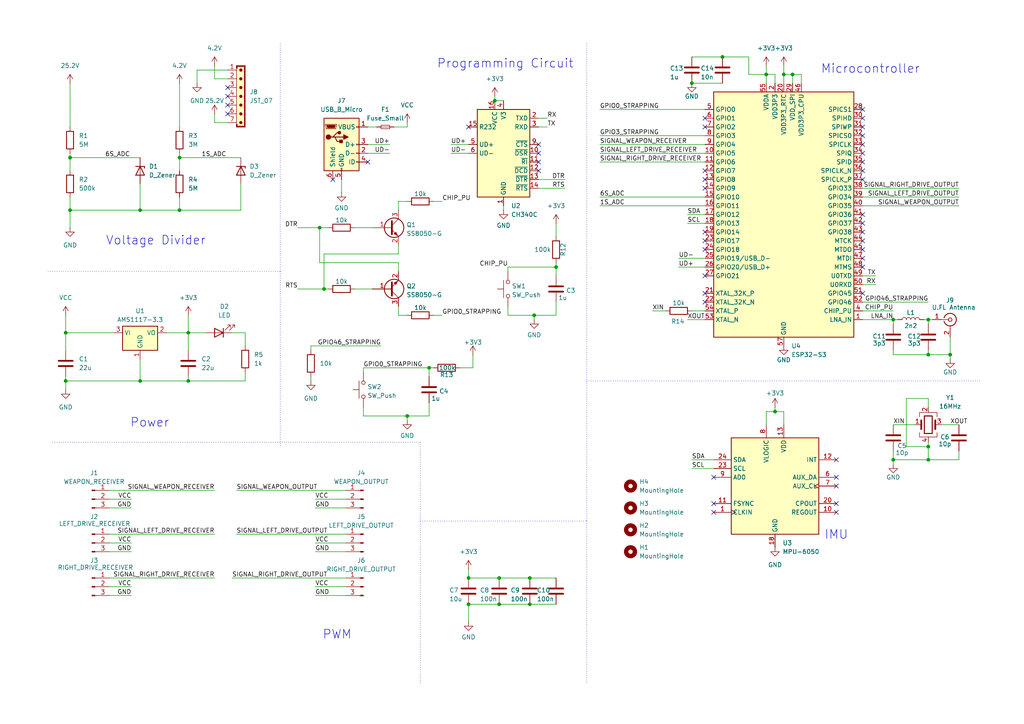
<source format=kicad_sch>
(kicad_sch (version 20231120) (generator "eeschema") (generator_version "8.0")
  (paper "A4")
  (lib_symbols
    (symbol "Connector:Conn_01x03_Pin" (pin_names (offset 1.016) hide)
      (property "Reference" "J" (at 0 5.08 0))
      (property "Value" "Conn_01x03_Pin" (at 0 -5.08 0))
      (symbol "Conn_01x03_Pin_1_1"
        (pin passive line (at 5.08 2.54 180) (length 3.81) (name "Pin_1") (number "1"))
        (pin passive line (at 5.08 0 180) (length 3.81) (name "Pin_2") (number "2"))
        (pin passive line (at 5.08 -2.54 180) (length 3.81) (name "Pin_3") (number "3"))
      )
    )
    (symbol "Connector:Conn_Coaxial" (pin_names (offset 1.016) hide)
      (property "Reference" "J" (at 0.254 3.048 0))
      (property "Value" "Conn_Coaxial" (at 2.921 0 90))
      (symbol "Conn_Coaxial_1_1"
        (pin passive line (at -5.08 0 0) (length 2.54) (name "In") (number "1"))
        (pin passive line (at 0 -5.08 90) (length 2.54) (name "Ext") (number "2"))
      )
    )
    (symbol "Connector:USB_B_Micro" (pin_names (offset 1.016))
      (property "Reference" "J" (at -5.08 11.43 0))
      (property "Value" "USB_B_Micro" (at -5.08 8.89 0))
      (symbol "USB_B_Micro_1_1"
        (pin power_out line (at 7.62 5.08 180) (length 2.54) (name "VBUS") (number "1"))
        (pin bidirectional line (at 7.62 -2.54 180) (length 2.54) (name "D-") (number "2"))
        (pin bidirectional line (at 7.62 0 180) (length 2.54) (name "D+") (number "3"))
        (pin passive line (at 7.62 -5.08 180) (length 2.54) (name "ID") (number "4"))
        (pin power_out line (at 0 -10.16 90) (length 2.54) (name "GND") (number "5"))
        (pin passive line (at -2.54 -10.16 90) (length 2.54) (name "Shield") (number "6"))
      )
    )
    (symbol "Device:C" (pin_numbers hide) (pin_names (offset 0.254))
      (property "Reference" "C" (at 0.635 2.54 0))
      (property "Value" "C" (at 0.635 -2.54 0))
      (symbol "C_1_1"
        (pin passive line (at 0 3.81 270) (length 2.794) (name "~") (number "1"))
        (pin passive line (at 0 -3.81 90) (length 2.794) (name "~") (number "2"))
      )
    )
    (symbol "Device:Crystal_GND24" (pin_names (offset 1.016) hide)
      (property "Reference" "Y" (at 3.175 5.08 0))
      (property "Value" "Crystal_GND24" (at 3.175 3.175 0))
      (symbol "Crystal_GND24_1_1"
        (pin passive line (at -3.81 0 0) (length 1.27) (name "1") (number "1"))
        (pin passive line (at 0 5.08 270) (length 1.27) (name "2") (number "2"))
        (pin passive line (at 3.81 0 180) (length 1.27) (name "3") (number "3"))
        (pin passive line (at 0 -5.08 90) (length 1.27) (name "4") (number "4"))
      )
    )
    (symbol "Device:D_Zener" (pin_numbers hide) (pin_names (offset 1.016) hide)
      (property "Reference" "D" (at 0 2.54 0))
      (property "Value" "D_Zener" (at 0 -2.54 0))
      (symbol "D_Zener_1_1"
        (pin passive line (at -3.81 0 0) (length 2.54) (name "K") (number "1"))
        (pin passive line (at 3.81 0 180) (length 2.54) (name "A") (number "2"))
      )
    )
    (symbol "Device:Fuse_Small" (pin_numbers hide) (pin_names (offset 0.254) hide)
      (property "Reference" "F" (at 0 -1.524 0))
      (property "Value" "Fuse_Small" (at 0 1.524 0))
      (symbol "Fuse_Small_1_1"
        (pin passive line (at -2.54 0 0) (length 1.27) (name "~") (number "1"))
        (pin passive line (at 2.54 0 180) (length 1.27) (name "~") (number "2"))
      )
    )
    (symbol "Device:L" (pin_numbers hide) (pin_names (offset 1.016) hide)
      (property "Reference" "L" (at -1.27 0 90))
      (property "Value" "L" (at 1.905 0 90))
      (symbol "L_1_1"
        (pin passive line (at 0 3.81 270) (length 1.27) (name "1") (number "1"))
        (pin passive line (at 0 -3.81 90) (length 1.27) (name "2") (number "2"))
      )
    )
    (symbol "Device:LED" (pin_numbers hide) (pin_names (offset 1.016) hide)
      (property "Reference" "D" (at 0 2.54 0))
      (property "Value" "LED" (at 0 -2.54 0))
      (symbol "LED_1_1"
        (pin passive line (at -3.81 0 0) (length 2.54) (name "K") (number "1"))
        (pin passive line (at 3.81 0 180) (length 2.54) (name "A") (number "2"))
      )
    )
    (symbol "Device:Q_NPN_BEC" (pin_names (offset 0) hide)
      (property "Reference" "Q" (at 5.08 1.27 0))
      (property "Value" "Q_NPN_BEC" (at 5.08 -1.27 0))
      (symbol "Q_NPN_BEC_1_1"
        (pin input line (at -5.08 0 0) (length 5.715) (name "B") (number "1"))
        (pin passive line (at 2.54 -5.08 90) (length 2.54) (name "E") (number "2"))
        (pin passive line (at 2.54 5.08 270) (length 2.54) (name "C") (number "3"))
      )
    )
    (symbol "Device:R" (pin_numbers hide) (pin_names (offset 0))
      (property "Reference" "R" (at 2.032 0 90))
      (property "Value" "R" (at 0 0 90))
      (symbol "R_1_1"
        (pin passive line (at 0 3.81 270) (length 1.27) (name "~") (number "1"))
        (pin passive line (at 0 -3.81 90) (length 1.27) (name "~") (number "2"))
      )
    )
    (symbol "Interface_USB:CH340C"
      (property "Reference" "U" (at -5.08 13.97 0))
      (property "Value" "CH340C" (at 1.27 13.97 0))
      (symbol "CH340C_1_1"
        (pin power_in line (at 0 -15.24 90) (length 2.54) (name "GND") (number "1"))
        (pin input line (at 10.16 0 180) (length 2.54) (name "~{DSR}") (number "10"))
        (pin input line (at 10.16 -2.54 180) (length 2.54) (name "~{RI}") (number "11"))
        (pin input line (at 10.16 -5.08 180) (length 2.54) (name "~{DCD}") (number "12"))
        (pin output line (at 10.16 -7.62 180) (length 2.54) (name "~{DTR}") (number "13"))
        (pin output line (at 10.16 -10.16 180) (length 2.54) (name "~{RTS}") (number "14"))
        (pin input line (at -10.16 7.62 0) (length 2.54) (name "R232") (number "15"))
        (pin power_in line (at -2.54 15.24 270) (length 2.54) (name "VCC") (number "16"))
        (pin output line (at 10.16 10.16 180) (length 2.54) (name "TXD") (number "2"))
        (pin input line (at 10.16 7.62 180) (length 2.54) (name "RXD") (number "3"))
        (pin power_out line (at 0 15.24 270) (length 2.54) (name "V3") (number "4"))
        (pin bidirectional line (at -10.16 2.54 0) (length 2.54) (name "UD+") (number "5"))
        (pin bidirectional line (at -10.16 0 0) (length 2.54) (name "UD-") (number "6"))
        (pin no_connect line (at -7.62 -5.08 0) (length 2.54) hide (name "NC") (number "7"))
        (pin no_connect line (at -7.62 -7.62 0) (length 2.54) hide (name "NC") (number "8"))
        (pin input line (at 10.16 2.54 180) (length 2.54) (name "~{CTS}") (number "9"))
      )
    )
    (symbol "MCU_Espressif:ESP32-S3"
      (property "Reference" "U" (at 10.16 -38.1 0))
      (property "Value" "ESP32-S3" (at 13.97 -40.64 0))
      (symbol "ESP32-S3_1_0"
        (pin bidirectional line (at 22.86 12.7 180) (length 2.54) (name "SPICLK_N") (number "36"))
        (pin bidirectional line (at 22.86 -10.16 180) (length 2.54) (name "MTDO") (number "45"))
        (pin bidirectional line (at 22.86 -22.86 180) (length 2.54) (name "GPIO45") (number "51"))
        (pin passive line (at -5.08 38.1 270) (length 2.54) hide (name "VDDA") (number "56"))
      )
      (symbol "ESP32-S3_1_1"
        (pin bidirectional line (at 22.86 -30.48 180) (length 2.54) (name "LNA_IN") (number "1"))
        (pin bidirectional line (at -22.86 17.78 0) (length 2.54) (name "GPIO5") (number "10"))
        (pin bidirectional line (at -22.86 15.24 0) (length 2.54) (name "GPIO6") (number "11"))
        (pin bidirectional line (at -22.86 12.7 0) (length 2.54) (name "GPIO7") (number "12"))
        (pin bidirectional line (at -22.86 10.16 0) (length 2.54) (name "GPIO8") (number "13"))
        (pin bidirectional line (at -22.86 7.62 0) (length 2.54) (name "GPIO9") (number "14"))
        (pin bidirectional line (at -22.86 5.08 0) (length 2.54) (name "GPIO10") (number "15"))
        (pin bidirectional line (at -22.86 2.54 0) (length 2.54) (name "GPIO11") (number "16"))
        (pin bidirectional line (at -22.86 0 0) (length 2.54) (name "GPIO12") (number "17"))
        (pin bidirectional line (at -22.86 -2.54 0) (length 2.54) (name "GPIO13") (number "18"))
        (pin bidirectional line (at -22.86 -5.08 0) (length 2.54) (name "GPIO14") (number "19"))
        (pin power_in line (at -2.54 38.1 270) (length 2.54) (name "VDD3P3") (number "2"))
        (pin power_in line (at 0 38.1 270) (length 2.54) (name "VDD3P3_RTC") (number "20"))
        (pin passive line (at -22.86 -22.86 0) (length 2.54) (name "XTAL_32K_P") (number "21"))
        (pin passive line (at -22.86 -25.4 0) (length 2.54) (name "XTAL_32K_N") (number "22"))
        (pin bidirectional line (at -22.86 -7.62 0) (length 2.54) (name "GPIO17") (number "23"))
        (pin bidirectional line (at -22.86 -10.16 0) (length 2.54) (name "GPIO18") (number "24"))
        (pin bidirectional line (at -22.86 -12.7 0) (length 2.54) (name "GPIO19/USB_D-") (number "25"))
        (pin bidirectional line (at -22.86 -15.24 0) (length 2.54) (name "GPIO20/USB_D+") (number "26"))
        (pin bidirectional line (at -22.86 -17.78 0) (length 2.54) (name "GPIO21") (number "27"))
        (pin bidirectional line (at 22.86 30.48 180) (length 2.54) (name "SPICS1") (number "28"))
        (pin power_in line (at 2.54 38.1 270) (length 2.54) (name "VDD_SPI") (number "29"))
        (pin passive line (at -2.54 38.1 270) (length 2.54) hide (name "VDD3P3") (number "3"))
        (pin bidirectional line (at 22.86 27.94 180) (length 2.54) (name "SPIHD") (number "30"))
        (pin bidirectional line (at 22.86 25.4 180) (length 2.54) (name "SPIWP") (number "31"))
        (pin bidirectional line (at 22.86 22.86 180) (length 2.54) (name "SPICS0") (number "32"))
        (pin bidirectional line (at 22.86 20.32 180) (length 2.54) (name "SPICLK") (number "33"))
        (pin bidirectional line (at 22.86 17.78 180) (length 2.54) (name "SPIQ") (number "34"))
        (pin bidirectional line (at 22.86 15.24 180) (length 2.54) (name "SPID") (number "35"))
        (pin bidirectional line (at 22.86 10.16 180) (length 2.54) (name "SPICLK_P") (number "37"))
        (pin bidirectional line (at 22.86 7.62 180) (length 2.54) (name "GPIO33") (number "38"))
        (pin bidirectional line (at 22.86 5.08 180) (length 2.54) (name "GPIO34") (number "39"))
        (pin input line (at 22.86 -27.94 180) (length 2.54) (name "CHIP_PU") (number "4"))
        (pin bidirectional line (at 22.86 2.54 180) (length 2.54) (name "GPIO35") (number "40"))
        (pin bidirectional line (at 22.86 0 180) (length 2.54) (name "GPIO36") (number "41"))
        (pin bidirectional line (at 22.86 -2.54 180) (length 2.54) (name "GPIO37") (number "42"))
        (pin bidirectional line (at 22.86 -5.08 180) (length 2.54) (name "GPIO38") (number "43"))
        (pin bidirectional line (at 22.86 -7.62 180) (length 2.54) (name "MTCK") (number "44"))
        (pin power_in line (at 5.08 38.1 270) (length 2.54) (name "VDD3P3_CPU") (number "46"))
        (pin bidirectional line (at 22.86 -12.7 180) (length 2.54) (name "MTDI") (number "47"))
        (pin bidirectional line (at 22.86 -15.24 180) (length 2.54) (name "MTMS") (number "48"))
        (pin bidirectional line (at 22.86 -17.78 180) (length 2.54) (name "U0TXD") (number "49"))
        (pin bidirectional line (at -22.86 30.48 0) (length 2.54) (name "GPIO0") (number "5"))
        (pin bidirectional line (at 22.86 -20.32 180) (length 2.54) (name "U0RXD") (number "50"))
        (pin bidirectional line (at 22.86 -25.4 180) (length 2.54) (name "GPIO46") (number "52"))
        (pin output line (at -22.86 -30.48 0) (length 2.54) (name "XTAL_N") (number "53"))
        (pin input line (at -22.86 -27.94 0) (length 2.54) (name "XTAL_P") (number "54"))
        (pin power_in line (at -5.08 38.1 270) (length 2.54) (name "VDDA") (number "55"))
        (pin power_in line (at 0 -38.1 90) (length 2.54) (name "GND") (number "57"))
        (pin bidirectional line (at -22.86 27.94 0) (length 2.54) (name "GPIO1") (number "6"))
        (pin bidirectional line (at -22.86 25.4 0) (length 2.54) (name "GPIO2") (number "7"))
        (pin bidirectional line (at -22.86 22.86 0) (length 2.54) (name "GPIO3") (number "8"))
        (pin bidirectional line (at -22.86 20.32 0) (length 2.54) (name "GPIO4") (number "9"))
      )
    )
    (symbol "Mechanical:MountingHole" (pin_names (offset 1.016)) (exclude_from_sim yes) (in_bom no)
      (property "Reference" "H" (at 0 5.08 0))
      (property "Value" "MountingHole" (at 0 3.175 0))
    )
    (symbol "PCM_SL_Connectors:JST_07"
      (property "Reference" "J" (at 0 13.97 0))
      (property "Value" "JST_07" (at 0 11.43 0))
      (symbol "JST_07_1_1"
        (pin passive line (at -3.81 7.62 0) (length 2.54) (name "") (number "1"))
        (pin passive line (at -3.81 5.08 0) (length 2.54) (name "") (number "2"))
        (pin passive line (at -3.81 2.54 0) (length 2.54) (name "") (number "3"))
        (pin passive line (at -3.81 0 0) (length 2.54) (name "") (number "4"))
        (pin passive line (at -3.81 -2.54 0) (length 2.54) (name "") (number "5"))
        (pin passive line (at -3.81 -5.08 0) (length 2.54) (name "") (number "6"))
        (pin passive line (at -3.81 -7.62 0) (length 2.54) (name "") (number "7"))
      )
    )
    (symbol "Regulator_Linear:AMS1117-3.3"
      (property "Reference" "U" (at -3.81 3.175 0))
      (property "Value" "AMS1117-3.3" (at 0 3.175 0))
      (symbol "AMS1117-3.3_1_1"
        (pin power_in line (at 0 -7.62 90) (length 2.54) (name "GND") (number "1"))
        (pin power_out line (at 7.62 0 180) (length 2.54) (name "VO") (number "2"))
        (pin power_in line (at -7.62 0 0) (length 2.54) (name "VI") (number "3"))
      )
    )
    (symbol "Sensor_Motion:MPU-6050"
      (property "Reference" "U" (at -11.43 13.97 0))
      (property "Value" "MPU-6050" (at 7.62 -15.24 0))
      (symbol "MPU-6050_0_0"
        (text "" (at 12.7 -2.54 0) (effects (font (size 1.27 1.27))))
      )
      (symbol "MPU-6050_1_1"
        (pin input clock (at -17.78 -7.62 0) (length 5.08) (name "CLKIN") (number "1"))
        (pin passive line (at 17.78 -7.62 180) (length 5.08) (name "REGOUT") (number "10"))
        (pin input line (at -17.78 -5.08 0) (length 5.08) (name "FSYNC") (number "11"))
        (pin output line (at 17.78 7.62 180) (length 5.08) (name "INT") (number "12"))
        (pin power_in line (at 2.54 17.78 270) (length 3.81) (name "VDD") (number "13"))
        (pin no_connect line (at -12.7 -10.16 0) (length 2.54) hide (name "NC") (number "14"))
        (pin no_connect line (at 12.7 12.7 180) (length 2.54) hide (name "NC") (number "15"))
        (pin no_connect line (at 12.7 10.16 180) (length 2.54) hide (name "NC") (number "16"))
        (pin no_connect line (at 12.7 5.08 180) (length 2.54) hide (name "NC") (number "17"))
        (pin power_in line (at 0 -17.78 90) (length 3.81) (name "GND") (number "18"))
        (pin no_connect line (at 12.7 -10.16 180) (length 2.54) hide (name "RESV") (number "19"))
        (pin no_connect line (at -12.7 12.7 0) (length 2.54) hide (name "NC") (number "2"))
        (pin passive line (at 17.78 -5.08 180) (length 5.08) (name "CPOUT") (number "20"))
        (pin no_connect line (at 12.7 -2.54 180) (length 2.54) hide (name "RESV") (number "21"))
        (pin no_connect line (at 12.7 -12.7 180) (length 2.54) hide (name "RESV") (number "22"))
        (pin input line (at -17.78 5.08 0) (length 5.08) (name "SCL") (number "23"))
        (pin bidirectional line (at -17.78 7.62 0) (length 5.08) (name "SDA") (number "24"))
        (pin no_connect line (at -12.7 10.16 0) (length 2.54) hide (name "NC") (number "3"))
        (pin no_connect line (at -12.7 0 0) (length 2.54) hide (name "NC") (number "4"))
        (pin no_connect line (at -12.7 -2.54 0) (length 2.54) hide (name "NC") (number "5"))
        (pin bidirectional line (at 17.78 2.54 180) (length 5.08) (name "AUX_DA") (number "6"))
        (pin output clock (at 17.78 0 180) (length 5.08) (name "AUX_CL") (number "7"))
        (pin power_in line (at -2.54 17.78 270) (length 3.81) (name "VLOGIC") (number "8"))
        (pin input line (at -17.78 2.54 0) (length 5.08) (name "AD0") (number "9"))
      )
    )
    (symbol "Switch:SW_Push" (pin_numbers hide) (pin_names (offset 1.016) hide)
      (property "Reference" "SW" (at 1.27 2.54 0))
      (property "Value" "SW_Push" (at 0 -1.524 0))
      (symbol "SW_Push_0_1"
        (pin passive line (at -5.08 0 0) (length 2.54) (name "1") (number "1"))
        (pin passive line (at 5.08 0 180) (length 2.54) (name "2") (number "2"))
      )
    )
    (symbol "basic:C" (pin_numbers hide) (pin_names (offset 0.254))
      (property "Reference" "C" (at 0.635 2.54 0))
      (symbol "C_1_1"
        (pin passive line (at 0 3.81 270) (length 2.794) (name "~") (number "1"))
        (pin passive line (at 0 -3.81 90) (length 2.794) (name "~") (number "2"))
      )
    )
    (symbol "basic:R" (pin_numbers hide) (pin_names (offset 0))
      (property "Value" "R" (at 0 0 90))
      (symbol "R_1_1"
        (pin passive line (at 0 3.81 270) (length 1.27) (name "~") (number "1"))
        (pin passive line (at 0 -3.81 90) (length 1.27) (name "~") (number "2"))
      )
    )
    (symbol "power:+3V3" (power) (pin_numbers hide) (pin_names (offset 0) hide)
      (property "Value" "+3V3" (at 0 3.556 0))
      (symbol "+3V3_1_1"
        (pin power_in line (at 0 0 90) (length 0) (name "~") (number "1"))
      )
    )
    (symbol "power:GND" (power) (pin_numbers hide) (pin_names (offset 0) hide)
      (property "Value" "GND" (at 0 -3.81 0))
      (symbol "GND_1_1"
        (pin power_in line (at 0 0 270) (length 0) (name "~") (number "1"))
      )
    )
    (symbol "power:VCC" (power) (pin_numbers hide) (pin_names (offset 0) hide)
      (property "Value" "VCC" (at 0 3.556 0))
      (symbol "VCC_1_1"
        (pin power_in line (at 0 0 90) (length 0) (name "~") (number "1"))
      )
    )
    (symbol "power:VDD" (power) (pin_numbers hide) (pin_names (offset 0) hide)
      (property "Value" "VDD" (at 0 3.556 0))
      (symbol "VDD_1_1"
        (pin power_in line (at 0 0 90) (length 0) (name "~") (number "1"))
      )
    )
  )
  (junction (at 222.25 21.59))
  (junction (at 54.61 96.52))
  (junction (at 143.51 29.21))
  (junction (at 144.78 175.26))
  (junction (at 227.33 21.59))
  (junction (at 269.24 133.35))
  (junction (at 259.08 133.35))
  (junction (at 153.67 175.26))
  (junction (at 269.24 129.54))
  (junction (at 124.46 106.68))
  (junction (at 135.89 167.64))
  (junction (at 275.59 102.87))
  (junction (at 19.05 110.49))
  (junction (at 269.24 102.87))
  (junction (at 154.94 91.44))
  (junction (at 40.64 60.96))
  (junction (at 118.11 120.65))
  (junction (at 93.98 83.82))
  (junction (at 54.61 110.49))
  (junction (at 52.07 45.72))
  (junction (at 135.89 175.26))
  (junction (at 209.55 16.51))
  (junction (at 20.32 60.96))
  (junction (at 259.08 92.71))
  (junction (at 200.66 24.13))
  (junction (at 224.79 119.38))
  (junction (at 40.64 110.49))
  (junction (at 269.24 92.71))
  (junction (at 20.32 45.72))
  (junction (at 19.05 96.52))
  (junction (at 229.87 21.59))
  (junction (at 153.67 167.64))
  (junction (at 161.29 77.47))
  (junction (at 52.07 60.96))
  (junction (at 144.78 167.64))
  (junction (at 92.71 66.04))
  (no_connect (at 106.68 46.99))
  (no_connect (at 250.19 31.75))
  (no_connect (at 250.19 49.53))
  (no_connect (at 207.01 146.05))
  (no_connect (at 242.57 138.43))
  (no_connect (at 250.19 77.47))
  (no_connect (at 250.19 44.45))
  (no_connect (at 250.19 34.29))
  (no_connect (at 250.19 85.09))
  (no_connect (at 66.04 33.02))
  (no_connect (at 250.19 62.23))
  (no_connect (at 207.01 138.43))
  (no_connect (at 204.47 49.53))
  (no_connect (at 204.47 72.39))
  (no_connect (at 204.47 52.07))
  (no_connect (at 242.57 148.59))
  (no_connect (at 250.19 39.37))
  (no_connect (at 156.21 49.53))
  (no_connect (at 250.19 69.85))
  (no_connect (at 250.19 72.39))
  (no_connect (at 204.47 54.61))
  (no_connect (at 156.21 44.45))
  (no_connect (at 156.21 41.91))
  (no_connect (at 204.47 36.83))
  (no_connect (at 204.47 80.01))
  (no_connect (at 242.57 133.35))
  (no_connect (at 66.04 30.48))
  (no_connect (at 242.57 146.05))
  (no_connect (at 204.47 85.09))
  (no_connect (at 207.01 148.59))
  (no_connect (at 204.47 87.63))
  (no_connect (at 250.19 36.83))
  (no_connect (at 250.19 74.93))
  (no_connect (at 250.19 41.91))
  (no_connect (at 135.89 36.83))
  (no_connect (at 66.04 25.4))
  (no_connect (at 204.47 69.85))
  (no_connect (at 96.52 52.07))
  (no_connect (at 204.47 34.29))
  (no_connect (at 250.19 64.77))
  (no_connect (at 250.19 67.31))
  (no_connect (at 250.19 52.07))
  (no_connect (at 204.47 67.31))
  (no_connect (at 156.21 46.99))
  (no_connect (at 250.19 46.99))
  (no_connect (at 242.57 140.97))
  (no_connect (at 66.04 27.94))
  (wire (pts (xy 20.32 24.13) (xy 20.32 36.83)))
  (wire (pts (xy 52.07 57.15) (xy 52.07 60.96)))
  (wire (pts (xy 217.17 21.59) (xy 217.17 16.51)))
  (wire (pts (xy 71.12 107.95) (xy 71.12 110.49)))
  (wire (pts (xy 135.89 175.26) (xy 135.89 180.34)))
  (wire (pts (xy 227.33 21.59) (xy 229.87 21.59)))
  (wire (pts (xy 269.24 129.54) (xy 269.24 128.27)))
  (wire (pts (xy 125.73 91.44) (xy 128.27 91.44)))
  (wire (pts (xy 106.68 44.45) (xy 113.03 44.45)))
  (wire (pts (xy 224.79 119.38) (xy 222.25 119.38)))
  (wire (pts (xy 200.66 24.13) (xy 209.55 24.13)))
  (wire (pts (xy 20.32 60.96) (xy 20.32 66.04)))
  (wire (pts (xy 273.05 123.19) (xy 278.13 123.19)))
  (wire (pts (xy 118.11 35.56) (xy 118.11 36.83)))
  (wire (pts (xy 259.08 102.87) (xy 269.24 102.87)))
  (wire (pts (xy 57.15 24.13) (xy 57.15 20.32)))
  (wire (pts (xy 130.81 41.91) (xy 135.89 41.91)))
  (wire (pts (xy 135.89 165.1) (xy 135.89 167.64)))
  (wire (pts (xy 269.24 118.11) (xy 269.24 115.57)))
  (wire (pts (xy 105.41 106.68) (xy 124.46 106.68)))
  (wire (pts (xy 196.85 77.47) (xy 204.47 77.47)))
  (wire (pts (xy 105.41 107.95) (xy 105.41 106.68)))
  (polyline (pts (xy 170.18 12.7) (xy 170.18 151.13)) (stroke (width 0) (type dot)))
  (wire (pts (xy 19.05 96.52) (xy 33.02 96.52)))
  (wire (pts (xy 31.75 144.78) (xy 38.1 144.78)))
  (wire (pts (xy 173.99 57.15) (xy 204.47 57.15)))
  (wire (pts (xy 161.29 91.44) (xy 154.94 91.44)))
  (wire (pts (xy 118.11 120.65) (xy 118.11 121.92)))
  (wire (pts (xy 259.08 133.35) (xy 259.08 130.81)))
  (polyline (pts (xy 170.18 151.13) (xy 170.18 198.12)) (stroke (width 0) (type dot)))
  (wire (pts (xy 232.41 24.13) (xy 232.41 21.59)))
  (wire (pts (xy 161.29 64.77) (xy 161.29 68.58)))
  (wire (pts (xy 106.68 41.91) (xy 113.03 41.91)))
  (wire (pts (xy 54.61 91.44) (xy 54.61 96.52)))
  (wire (pts (xy 124.46 106.68) (xy 124.46 109.22)))
  (wire (pts (xy 90.17 100.33) (xy 110.49 100.33)))
  (wire (pts (xy 144.78 175.26) (xy 153.67 175.26)))
  (polyline (pts (xy 121.92 128.27) (xy 121.92 198.12)) (stroke (width 0) (type dot)))
  (wire (pts (xy 118.11 58.42) (xy 115.57 58.42)))
  (wire (pts (xy 86.36 66.04) (xy 92.71 66.04)))
  (wire (pts (xy 135.89 167.64) (xy 144.78 167.64)))
  (wire (pts (xy 143.51 29.21) (xy 146.05 29.21)))
  (wire (pts (xy 115.57 73.66) (xy 93.98 73.66)))
  (wire (pts (xy 31.75 142.24) (xy 62.23 142.24)))
  (wire (pts (xy 124.46 120.65) (xy 118.11 120.65)))
  (wire (pts (xy 115.57 76.2) (xy 92.71 76.2)))
  (wire (pts (xy 66.04 35.56) (xy 62.23 35.56)))
  (wire (pts (xy 161.29 76.2) (xy 161.29 77.47)))
  (wire (pts (xy 52.07 24.13) (xy 52.07 36.83)))
  (wire (pts (xy 92.71 76.2) (xy 92.71 66.04)))
  (wire (pts (xy 259.08 123.19) (xy 265.43 123.19)))
  (wire (pts (xy 173.99 39.37) (xy 204.47 39.37)))
  (wire (pts (xy 269.24 133.35) (xy 269.24 129.54)))
  (wire (pts (xy 259.08 101.6) (xy 259.08 102.87)))
  (polyline (pts (xy 15.24 128.27) (xy 121.92 128.27)) (stroke (width 0) (type dot)))
  (wire (pts (xy 20.32 60.96) (xy 40.64 60.96)))
  (wire (pts (xy 52.07 45.72) (xy 69.85 45.72)))
  (polyline (pts (xy 121.92 151.13) (xy 170.18 151.13)) (stroke (width 0) (type dot)))
  (wire (pts (xy 250.19 92.71) (xy 259.08 92.71)))
  (wire (pts (xy 199.39 64.77) (xy 204.47 64.77)))
  (wire (pts (xy 147.32 78.74) (xy 147.32 77.47)))
  (wire (pts (xy 262.89 129.54) (xy 269.24 129.54)))
  (wire (pts (xy 224.79 24.13) (xy 224.79 21.59)))
  (wire (pts (xy 19.05 109.22) (xy 19.05 110.49)))
  (wire (pts (xy 153.67 167.64) (xy 161.29 167.64)))
  (wire (pts (xy 40.64 53.34) (xy 40.64 60.96)))
  (wire (pts (xy 173.99 31.75) (xy 204.47 31.75)))
  (wire (pts (xy 222.25 119.38) (xy 222.25 123.19)))
  (wire (pts (xy 54.61 96.52) (xy 59.69 96.52)))
  (wire (pts (xy 161.29 77.47) (xy 161.29 80.01)))
  (wire (pts (xy 115.57 71.12) (xy 115.57 73.66)))
  (wire (pts (xy 217.17 21.59) (xy 222.25 21.59)))
  (wire (pts (xy 250.19 82.55) (xy 254 82.55)))
  (wire (pts (xy 31.75 160.02) (xy 38.1 160.02)))
  (wire (pts (xy 91.44 172.72) (xy 100.33 172.72)))
  (wire (pts (xy 161.29 87.63) (xy 161.29 91.44)))
  (wire (pts (xy 114.3 36.83) (xy 118.11 36.83)))
  (wire (pts (xy 209.55 16.51) (xy 200.66 16.51)))
  (wire (pts (xy 68.58 142.24) (xy 100.33 142.24)))
  (wire (pts (xy 106.68 36.83) (xy 109.22 36.83)))
  (wire (pts (xy 259.08 92.71) (xy 259.08 93.98)))
  (wire (pts (xy 99.06 52.07) (xy 99.06 55.88)))
  (wire (pts (xy 278.13 57.15) (xy 250.19 57.15)))
  (wire (pts (xy 227.33 123.19) (xy 227.33 119.38)))
  (wire (pts (xy 173.99 41.91) (xy 204.47 41.91)))
  (wire (pts (xy 105.41 118.11) (xy 105.41 120.65)))
  (wire (pts (xy 48.26 96.52) (xy 54.61 96.52)))
  (wire (pts (xy 31.75 172.72) (xy 38.1 172.72)))
  (polyline (pts (xy 13.97 78.74) (xy 81.28 78.74)) (stroke (width 0) (type dot)))
  (wire (pts (xy 90.17 100.33) (xy 90.17 101.6)))
  (wire (pts (xy 199.39 62.23) (xy 204.47 62.23)))
  (wire (pts (xy 19.05 91.44) (xy 19.05 96.52)))
  (wire (pts (xy 52.07 45.72) (xy 52.07 49.53)))
  (wire (pts (xy 275.59 97.79) (xy 275.59 102.87)))
  (wire (pts (xy 269.24 101.6) (xy 269.24 102.87)))
  (wire (pts (xy 68.58 154.94) (xy 100.33 154.94)))
  (wire (pts (xy 196.85 74.93) (xy 204.47 74.93)))
  (wire (pts (xy 115.57 91.44) (xy 118.11 91.44)))
  (wire (pts (xy 91.44 160.02) (xy 100.33 160.02)))
  (wire (pts (xy 54.61 110.49) (xy 71.12 110.49)))
  (wire (pts (xy 40.64 104.14) (xy 40.64 110.49)))
  (wire (pts (xy 54.61 109.22) (xy 54.61 110.49)))
  (wire (pts (xy 92.71 66.04) (xy 95.25 66.04)))
  (wire (pts (xy 278.13 59.69) (xy 250.19 59.69)))
  (wire (pts (xy 154.94 91.44) (xy 154.94 92.71)))
  (wire (pts (xy 69.85 53.34) (xy 69.85 60.96)))
  (wire (pts (xy 222.25 21.59) (xy 224.79 21.59)))
  (wire (pts (xy 67.31 167.64) (xy 100.33 167.64)))
  (wire (pts (xy 20.32 57.15) (xy 20.32 60.96)))
  (wire (pts (xy 153.67 175.26) (xy 161.29 175.26)))
  (wire (pts (xy 91.44 147.32) (xy 100.33 147.32)))
  (wire (pts (xy 62.23 33.02) (xy 62.23 35.56)))
  (wire (pts (xy 278.13 130.81) (xy 278.13 133.35)))
  (wire (pts (xy 102.87 83.82) (xy 107.95 83.82)))
  (wire (pts (xy 200.66 133.35) (xy 207.01 133.35)))
  (wire (pts (xy 90.17 110.49) (xy 90.17 109.22)))
  (wire (pts (xy 278.13 133.35) (xy 269.24 133.35)))
  (wire (pts (xy 199.39 92.71) (xy 204.47 92.71)))
  (wire (pts (xy 20.32 45.72) (xy 20.32 49.53)))
  (wire (pts (xy 125.73 106.68) (xy 124.46 106.68)))
  (wire (pts (xy 222.25 21.59) (xy 222.25 19.05)))
  (wire (pts (xy 173.99 46.99) (xy 204.47 46.99)))
  (wire (pts (xy 209.55 16.51) (xy 217.17 16.51)))
  (wire (pts (xy 20.32 44.45) (xy 20.32 45.72)))
  (wire (pts (xy 66.04 22.86) (xy 62.23 22.86)))
  (wire (pts (xy 200.66 90.17) (xy 204.47 90.17)))
  (wire (pts (xy 259.08 134.62) (xy 259.08 133.35)))
  (wire (pts (xy 19.05 101.6) (xy 19.05 96.52)))
  (wire (pts (xy 102.87 66.04) (xy 107.95 66.04)))
  (wire (pts (xy 143.51 27.94) (xy 143.51 29.21)))
  (wire (pts (xy 275.59 104.14) (xy 275.59 102.87)))
  (wire (pts (xy 31.75 154.94) (xy 62.23 154.94)))
  (wire (pts (xy 135.89 175.26) (xy 144.78 175.26)))
  (wire (pts (xy 31.75 147.32) (xy 38.1 147.32)))
  (wire (pts (xy 54.61 96.52) (xy 54.61 101.6)))
  (wire (pts (xy 259.08 133.35) (xy 269.24 133.35)))
  (wire (pts (xy 173.99 59.69) (xy 204.47 59.69)))
  (wire (pts (xy 224.79 119.38) (xy 227.33 119.38)))
  (wire (pts (xy 259.08 92.71) (xy 260.35 92.71)))
  (wire (pts (xy 144.78 167.64) (xy 153.67 167.64)))
  (wire (pts (xy 137.16 106.68) (xy 133.35 106.68)))
  (wire (pts (xy 115.57 78.74) (xy 115.57 76.2)))
  (wire (pts (xy 67.31 96.52) (xy 71.12 96.52)))
  (wire (pts (xy 227.33 19.05) (xy 227.33 21.59)))
  (wire (pts (xy 40.64 110.49) (xy 19.05 110.49)))
  (wire (pts (xy 269.24 92.71) (xy 269.24 93.98)))
  (wire (pts (xy 250.19 80.01) (xy 254 80.01)))
  (wire (pts (xy 189.23 90.17) (xy 193.04 90.17)))
  (wire (pts (xy 269.24 115.57) (xy 262.89 115.57)))
  (wire (pts (xy 57.15 20.32) (xy 66.04 20.32)))
  (wire (pts (xy 62.23 19.05) (xy 62.23 22.86)))
  (wire (pts (xy 20.32 45.72) (xy 40.64 45.72)))
  (wire (pts (xy 173.99 44.45) (xy 204.47 44.45)))
  (wire (pts (xy 91.44 157.48) (xy 100.33 157.48)))
  (wire (pts (xy 156.21 34.29) (xy 158.75 34.29)))
  (wire (pts (xy 227.33 24.13) (xy 227.33 21.59)))
  (wire (pts (xy 125.73 58.42) (xy 128.27 58.42)))
  (polyline (pts (xy 81.28 78.74) (xy 81.28 129.54)) (stroke (width 0) (type dot)))
  (wire (pts (xy 19.05 110.49) (xy 19.05 113.03)))
  (wire (pts (xy 262.89 115.57) (xy 262.89 129.54)))
  (wire (pts (xy 105.41 120.65) (xy 118.11 120.65)))
  (wire (pts (xy 115.57 58.42) (xy 115.57 60.96)))
  (wire (pts (xy 147.32 88.9) (xy 147.32 91.44)))
  (wire (pts (xy 229.87 24.13) (xy 229.87 21.59)))
  (wire (pts (xy 31.75 167.64) (xy 62.23 167.64)))
  (wire (pts (xy 31.75 170.18) (xy 38.1 170.18)))
  (wire (pts (xy 200.66 135.89) (xy 207.01 135.89)))
  (wire (pts (xy 91.44 144.78) (xy 100.33 144.78)))
  (wire (pts (xy 147.32 77.47) (xy 161.29 77.47)))
  (wire (pts (xy 267.97 92.71) (xy 269.24 92.71)))
  (wire (pts (xy 250.19 90.17) (xy 259.08 90.17)))
  (polyline (pts (xy 81.28 12.7) (xy 81.28 78.74)) (stroke (width 0) (type dot)))
  (wire (pts (xy 54.61 110.49) (xy 40.64 110.49)))
  (wire (pts (xy 146.05 60.96) (xy 146.05 59.69)))
  (wire (pts (xy 222.25 24.13) (xy 222.25 21.59)))
  (wire (pts (xy 269.24 102.87) (xy 275.59 102.87)))
  (wire (pts (xy 156.21 54.61) (xy 163.83 54.61)))
  (wire (pts (xy 52.07 60.96) (xy 69.85 60.96)))
  (wire (pts (xy 93.98 83.82) (xy 95.25 83.82)))
  (wire (pts (xy 269.24 92.71) (xy 270.51 92.71)))
  (wire (pts (xy 40.64 60.96) (xy 52.07 60.96)))
  (wire (pts (xy 147.32 91.44) (xy 154.94 91.44)))
  (wire (pts (xy 232.41 21.59) (xy 229.87 21.59)))
  (wire (pts (xy 91.44 170.18) (xy 100.33 170.18)))
  (wire (pts (xy 124.46 116.84) (xy 124.46 120.65)))
  (wire (pts (xy 71.12 96.52) (xy 71.12 100.33)))
  (wire (pts (xy 278.13 54.61) (xy 250.19 54.61)))
  (wire (pts (xy 250.19 87.63) (xy 269.24 87.63)))
  (polyline (pts (xy 170.18 110.49) (xy 284.48 110.49)) (stroke (width 0) (type dot)))
  (wire (pts (xy 86.36 83.82) (xy 93.98 83.82)))
  (wire (pts (xy 31.75 157.48) (xy 38.1 157.48)))
  (wire (pts (xy 137.16 102.87) (xy 137.16 106.68)))
  (wire (pts (xy 130.81 44.45) (xy 135.89 44.45)))
  (wire (pts (xy 224.79 119.38) (xy 224.79 118.11)))
  (wire (pts (xy 156.21 36.83) (xy 158.75 36.83)))
  (wire (pts (xy 156.21 52.07) (xy 163.83 52.07)))
  (wire (pts (xy 115.57 88.9) (xy 115.57 91.44)))
  (wire (pts (xy 93.98 73.66) (xy 93.98 83.82)))
  (wire (pts (xy 52.07 44.45) (xy 52.07 45.72)))
  (text "PWM" (at 97.79 184.15 0) (effects (font (size 2.54 2.54))))
  (text "Microcontroller" (at 252.476 20.066 0) (effects (font (size 2.54 2.54))))
  (text "Programming Circuit" (at 146.558 18.542 0) (effects (font (size 2.54 2.54))))
  (text "Power" (at 43.434 122.682 0) (effects (font (size 2.54 2.54))))
  (text "Voltage Divider" (at 45.212 69.85 0) (effects (font (size 2.54 2.54))))
  (text "IMU" (at 242.57 155.194 0) (effects (font (size 2.54 2.54))))
  (label "XOUT" (at 275.59 123.19 0))
  (label "SDA" (at 199.39 62.23 0))
  (label "LNA_IN" (at 259.08 92.71 180))
  (label "1S_ADC" (at 173.99 59.69 0))
  (label "GND" (at 38.1 172.72 180))
  (label "GND" (at 91.44 172.72 0))
  (label "XIN" (at 189.23 90.17 0))
  (label "TX" (at 254 80.01 180))
  (label "RTS" (at 86.36 83.82 180))
  (label "GND" (at 91.44 160.02 0))
  (label "RX" (at 158.75 34.29 0))
  (label "6S_ADC" (at 30.48 45.72 0))
  (label "SCL" (at 200.66 135.89 0))
  (label "UD-" (at 113.03 44.45 180))
  (label "1S_ADC" (at 58.42 45.72 0))
  (label "SIGNAL_LEFT_DRIVE_OUTPUT" (at 68.58 154.94 0))
  (label "VCC" (at 38.1 144.78 180))
  (label "GND" (at 91.44 147.32 0))
  (label "VCC" (at 38.1 170.18 180))
  (label "CHIP_PU" (at 147.32 77.47 180))
  (label "SIGNAL_WEAPON_RECEIVER" (at 173.99 41.91 0))
  (label "VCC" (at 91.44 157.48 0))
  (label "VCC" (at 38.1 157.48 180))
  (label "VCC" (at 91.44 144.78 0))
  (label "SIGNAL_LEFT_DRIVE_RECEIVER" (at 173.99 44.45 0))
  (label "TX" (at 158.75 36.83 0))
  (label "SIGNAL_RIGHT_DRIVE_RECEIVER" (at 62.23 167.64 180))
  (label "SCL" (at 199.39 64.77 0))
  (label "RTS" (at 163.83 54.61 180))
  (label "SIGNAL_LEFT_DRIVE_OUTPUT" (at 278.13 57.15 180))
  (label "DTR" (at 163.83 52.07 180))
  (label "UD-" (at 130.81 44.45 0))
  (label "VCC" (at 91.44 170.18 0))
  (label "GPIO0_STRAPPING" (at 128.27 91.44 0))
  (label "RX" (at 254 82.55 180))
  (label "GPIO0_STRAPPING" (at 173.99 31.75 0))
  (label "CHIP_PU" (at 259.08 90.17 180))
  (label "SIGNAL_RIGHT_DRIVE_RECEIVER" (at 173.99 46.99 0))
  (label "SIGNAL_RIGHT_DRIVE_OUTPUT" (at 67.31 167.64 0))
  (label "GPIO0_STRAPPING" (at 105.41 106.68 0))
  (label "SIGNAL_WEAPON_OUTPUT" (at 68.58 142.24 0))
  (label "UD+" (at 196.85 77.47 0))
  (label "GND" (at 38.1 160.02 180))
  (label "SIGNAL_RIGHT_DRIVE_OUTPUT" (at 278.13 54.61 180))
  (label "DTR" (at 86.36 66.04 180))
  (label "GND" (at 38.1 147.32 180))
  (label "SIGNAL_WEAPON_OUTPUT" (at 278.13 59.69 180))
  (label "XIN" (at 259.08 123.19 0))
  (label "UD-" (at 196.85 74.93 0))
  (label "SIGNAL_LEFT_DRIVE_RECEIVER" (at 62.23 154.94 180))
  (label "GPIO46_STRAPPING" (at 110.49 100.33 180))
  (label "CHIP_PU" (at 128.27 58.42 0))
  (label "GPIO46_STRAPPING" (at 269.24 87.63 180))
  (label "SIGNAL_WEAPON_RECEIVER" (at 62.23 142.24 180))
  (label "GPIO3_STRAPPING" (at 173.99 39.37 0))
  (label "SDA" (at 200.66 133.35 0))
  (label "XOUT" (at 199.39 92.71 0))
  (label "UD+" (at 113.03 41.91 180))
  (label "UD+" (at 130.81 41.91 0))
  (label "6S_ADC" (at 173.99 57.15 0))
  (symbol (lib_id "basic:C") (at 135.89 171.45 0) (unit 1)
    (property "Reference" "C7" (at 130.302 171.196 0) (effects (justify left)))
    (property "Value" "10u" (at 130.302 173.736 0) (effects (justify left)))
    (property "Footprint" "Capacitor_SMD:C_0603_1608Metric" (effects (hide yes)))
  )
  (symbol (lib_id "power:VDD") (at 143.51 27.94 0) (unit 1)
    (property "Reference" "#PWR08" (effects (hide yes)))
    (property "Value" "+3V3" (at 143.51 22.86 0))
    (property "Description" "Power symbol creates a global label with name \"VDD\"" (effects (hide yes)))
  )
  (symbol (lib_id "Connector:Conn_Coaxial") (at 275.59 92.71 0) (unit 1)
    (property "Reference" "J9" (at 274.32 87.122 0) (effects (justify left)))
    (property "Value" "U.FL Antenna" (at 270.256 89.154 0) (effects (justify left)))
    (property "Footprint" "Connector_Coaxial:U.FL_Molex_MCRF_73412-0110_Vertical" (effects (hide yes)))
    (property "Description" "coaxial connector (BNC, SMA, SMB, SMC, Cinch/RCA, LEMO, ...)" (effects (hide yes)))
  )
  (symbol (lib_id "basic:C") (at 200.66 20.32 0) (unit 1)
    (property "Reference" "C13" (at 194.31 19.812 0) (effects (justify left)))
    (property "Value" "1u" (at 194.31 22.352 0) (effects (justify left)))
    (property "Footprint" "Capacitor_SMD:C_0603_1608Metric" (effects (hide yes)))
  )
  (symbol (lib_id "MCU_Espressif:ESP32-S3") (at 227.33 62.23 0) (unit 1)
    (property "Reference" "U4" (at 229.5241 100.33 0) (effects (justify left)))
    (property "Value" "ESP32-S3" (at 229.5241 102.87 0) (effects (justify left)))
    (property "Footprint" "Package_DFN_QFN:QFN-56-1EP_7x7mm_P0.4mm_EP4x4mm" (effects (hide yes)))
    (property "Datasheet" "https://www.espressif.com/sites/default/files/documentation/esp32-s3_datasheet_en.pdf" (effects (hide yes)))
    (property "Description" "Microcontroller, Wi-Fi 802.11b/g/n, Bluetooth, 32bit" (effects (hide yes)))
  )
  (symbol (lib_id "Regulator_Linear:AMS1117-3.3") (at 40.64 96.52 0) (unit 1)
    (property "Reference" "U1" (at 40.64 90.17 0))
    (property "Value" "AMS1117-3.3" (at 40.64 92.71 0))
    (property "Footprint" "Package_TO_SOT_SMD:SOT-223-3_TabPin2" (effects (hide yes)))
    (property "Datasheet" "http://www.advanced-monolithic.com/pdf/ds1117.pdf" (effects (hide yes)))
    (property "Description" "1A Low Dropout regulator, positive, 3.3V fixed output, SOT-223" (effects (hide yes)))
  )
  (symbol (lib_id "power:+3V3") (at 54.61 91.44 0) (unit 1)
    (property "Reference" "#PWR06" (effects (hide yes)))
    (property "Value" "+3V3" (at 54.61 86.36 0))
    (property "Description" "Power symbol creates a global label with name \"+3V3\"" (effects (hide yes)))
  )
  (symbol (lib_id "power:GND") (at 154.94 92.71 0) (unit 1)
    (property "Reference" "#PWR011" (effects (hide yes)))
    (property "Value" "GND" (at 154.94 97.1534 0))
  )
  (symbol (lib_id "basic:C") (at 161.29 171.45 0) (unit 1)
    (property "Reference" "C10" (at 155.702 171.196 0) (effects (justify left)))
    (property "Value" "100n" (at 155.702 173.736 0) (effects (justify left)))
    (property "Footprint" "Capacitor_SMD:C_0603_1608Metric" (effects (hide yes)))
  )
  (symbol (lib_id "basic:R") (at 99.06 83.82 90) (unit 1)
    (property "Reference" "R8" (effects (hide yes)))
    (property "Value" "10k" (at 99.06 81.6412 90))
    (property "Footprint" "Resistor_SMD:R_0805_2012Metric" (effects (hide yes)))
  )
  (symbol (lib_id "Device:C") (at 19.05 105.41 0) (unit 1)
    (property "Reference" "C1" (at 22.86 104.1399 0) (effects (justify left)))
    (property "Value" "22u" (at 22.86 106.6799 0) (effects (justify left)))
    (property "Footprint" "Capacitor_SMD:C_0603_1608Metric" (effects (hide yes)))
    (property "Description" "Unpolarized capacitor" (effects (hide yes)))
  )
  (symbol (lib_id "power:GND") (at 200.66 24.13 0) (unit 1)
    (property "Reference" "#PWR028" (effects (hide yes)))
    (property "Value" "GND" (at 200.66 27.94 0))
    (property "Description" "Power symbol creates a global label with name \"GND\" , ground" (effects (hide yes)))
  )
  (symbol (lib_id "power:VCC") (at 20.32 24.13 0) (unit 1)
    (property "Reference" "#PWR03" (effects (hide yes)))
    (property "Value" "25.2V" (at 20.32 19.05 0))
    (property "Description" "Power symbol creates a global label with name \"VCC\"" (effects (hide yes)))
  )
  (symbol (lib_id "Device:R") (at 20.32 53.34 0) (unit 1)
    (property "Reference" "R2" (at 22.86 52.0699 0) (effects (justify left)))
    (property "Value" "500k" (at 22.86 54.6099 0) (effects (justify left)))
    (property "Footprint" "Resistor_SMD:R_0805_2012Metric" (effects (hide yes)))
    (property "Description" "Resistor" (effects (hide yes)))
  )
  (symbol (lib_id "Connector:Conn_01x03_Pin") (at 26.67 157.48 0) (unit 1)
    (property "Reference" "J2" (at 27.305 149.86 0))
    (property "Value" "LEFT_DRIVE_RECEIVER" (at 27.432 151.892 0))
    (property "Footprint" "Connector_PinHeader_2.54mm:PinHeader_1x03_P2.54mm_Vertical" (effects (hide yes)))
    (property "Description" "Generic connector, single row, 01x03, script generated" (effects (hide yes)))
  )
  (symbol (lib_id "power:VDD") (at 135.89 165.1 0) (unit 1)
    (property "Reference" "#PWR020" (effects (hide yes)))
    (property "Value" "+3V3" (at 135.89 160.02 0))
    (property "Description" "Power symbol creates a global label with name \"VDD\"" (effects (hide yes)))
  )
  (symbol (lib_id "power:GND") (at 19.05 113.03 0) (unit 1)
    (property "Reference" "#PWR02" (effects (hide yes)))
    (property "Value" "GND" (at 19.05 118.11 0))
    (property "Description" "Power symbol creates a global label with name \"GND\" , ground" (effects (hide yes)))
  )
  (symbol (lib_id "Connector:Conn_01x03_Pin") (at 105.41 144.78 0) (mirror y) (unit 1)
    (property "Reference" "J4" (at 104.775 137.16 0))
    (property "Value" "WEAPON_OUTPUT" (at 104.775 139.7 0))
    (property "Footprint" "Connector_PinHeader_2.54mm:PinHeader_1x03_P2.54mm_Vertical" (effects (hide yes)))
    (property "Description" "Generic connector, single row, 01x03, script generated" (effects (hide yes)))
  )
  (symbol (lib_id "Device:C") (at 259.08 97.79 0) (unit 1)
    (property "Reference" "C11" (at 255.016 97.536 0))
    (property "Value" "3p3" (at 255.016 99.568 0))
    (property "Footprint" "Capacitor_SMD:C_0603_1608Metric" (effects (hide yes)))
    (property "Description" "Unpolarized capacitor" (effects (hide yes)))
  )
  (symbol (lib_id "Connector:Conn_01x03_Pin") (at 105.41 170.18 0) (mirror y) (unit 1)
    (property "Reference" "J6" (at 104.775 162.56 0))
    (property "Value" "RIGHT_DRIVE_OUTPUT" (at 104.775 165.1 0))
    (property "Footprint" "Connector_PinHeader_2.54mm:PinHeader_1x03_P2.54mm_Vertical" (effects (hide yes)))
    (property "Description" "Generic connector, single row, 01x03, script generated" (effects (hide yes)))
  )
  (symbol (lib_id "Device:R") (at 52.07 40.64 0) (unit 1)
    (property "Reference" "R3" (at 54.61 39.3699 0) (effects (justify left)))
    (property "Value" "3M" (at 54.61 41.9099 0) (effects (justify left)))
    (property "Footprint" "Resistor_SMD:R_0603_1608Metric" (effects (hide yes)))
    (property "Description" "Resistor" (effects (hide yes)))
  )
  (symbol (lib_id "Mechanical:MountingHole") (at 182.88 147.32 0) (unit 1) (exclude_from_sim yes) (in_bom no)
    (property "Reference" "H3" (at 185.42 146.0499 0) (effects (justify left)))
    (property "Value" "MountingHole" (at 185.42 148.5899 0) (effects (justify left)))
    (property "Footprint" "MountingHole:MountingHole_2.2mm_M2" (effects (hide yes)))
    (property "Description" "Mounting Hole without connection" (effects (hide yes)))
  )
  (symbol (lib_id "power:VDD") (at 224.79 118.11 0) (unit 1)
    (property "Reference" "#PWR016" (effects (hide yes)))
    (property "Value" "+3V3" (at 224.79 114.046 0))
    (property "Description" "Power symbol creates a global label with name \"VDD\"" (effects (hide yes)))
  )
  (symbol (lib_id "power:GND") (at 135.89 180.34 0) (unit 1)
    (property "Reference" "#PWR021" (effects (hide yes)))
    (property "Value" "GND" (at 135.89 184.7834 0))
  )
  (symbol (lib_id "power:GND") (at 99.06 55.88 0) (unit 1)
    (property "Reference" "#PWR023" (effects (hide yes)))
    (property "Value" "GND" (at 99.06 60.3234 0))
  )
  (symbol (lib_id "basic:R") (at 121.92 58.42 90) (unit 1)
    (property "Reference" "R10" (effects (hide yes)))
    (property "Value" "10k" (at 121.92 56.2412 90))
    (property "Footprint" "Resistor_SMD:R_0805_2012Metric" (effects (hide yes)))
  )
  (symbol (lib_id "power:VCC") (at 52.07 24.13 0) (unit 1)
    (property "Reference" "#PWR05" (effects (hide yes)))
    (property "Value" "4.2V" (at 52.07 19.05 0))
    (property "Description" "Power symbol creates a global label with name \"VCC\"" (effects (hide yes)))
  )
  (symbol (lib_id "Device:C") (at 269.24 97.79 0) (unit 1)
    (property "Reference" "C12" (at 265.176 97.536 0))
    (property "Value" "3p3" (at 265.176 99.568 0))
    (property "Footprint" "Capacitor_SMD:C_0603_1608Metric" (effects (hide yes)))
    (property "Description" "Unpolarized capacitor" (effects (hide yes)))
  )
  (symbol (lib_id "basic:R") (at 129.54 106.68 270) (unit 1)
    (property "Reference" "R13" (at 129.54 108.712 90))
    (property "Value" "100k" (at 127.254 106.68 90) (effects (justify left)))
    (property "Footprint" "Resistor_SMD:R_0805_2012Metric" (effects (hide yes)))
  )
  (symbol (lib_id "Switch:SW_Push") (at 147.32 83.82 90) (unit 1)
    (property "Reference" "SW1" (at 148.463 82.9853 90) (effects (justify right)))
    (property "Value" "SW_Push" (at 148.463 85.5222 90) (effects (justify right)))
    (property "Footprint" "Button_Switch_SMD:SW_SPST_B3S-1000" (effects (hide yes)))
    (property "Datasheet" "https://www.digikey.com/en/products/detail/omron-electronics-inc-emc-div/B3S-1000/20686" (effects (hide yes)))
  )
  (symbol (lib_id "basic:C") (at 144.78 171.45 0) (unit 1)
    (property "Reference" "C8" (at 139.192 171.196 0) (effects (justify left)))
    (property "Value" "100n" (at 139.192 173.736 0) (effects (justify left)))
    (property "Footprint" "Capacitor_SMD:C_0603_1608Metric" (effects (hide yes)))
  )
  (symbol (lib_id "Connector:USB_B_Micro") (at 99.06 41.91 0) (unit 1)
    (property "Reference" "J7" (at 99.06 29.21 0))
    (property "Value" "USB_B_Micro" (at 99.06 31.75 0))
    (property "Footprint" "Connector_USB:USB_Micro-B_Molex-105017-0001" (effects (hide yes)))
    (property "Description" "USB Micro Type B connector" (effects (hide yes)))
  )
  (symbol (lib_id "Mechanical:MountingHole") (at 182.88 153.67 0) (unit 1) (exclude_from_sim yes) (in_bom no)
    (property "Reference" "H2" (at 185.42 152.3999 0) (effects (justify left)))
    (property "Value" "MountingHole" (at 185.42 154.9399 0) (effects (justify left)))
    (property "Footprint" "MountingHole:MountingHole_2.2mm_M2" (effects (hide yes)))
    (property "Description" "Mounting Hole without connection" (effects (hide yes)))
  )
  (symbol (lib_id "Device:C") (at 54.61 105.41 0) (unit 1)
    (property "Reference" "C2" (at 58.42 104.1399 0) (effects (justify left)))
    (property "Value" "22u" (at 58.42 106.6799 0) (effects (justify left)))
    (property "Footprint" "Capacitor_SMD:C_0603_1608Metric" (effects (hide yes)))
    (property "Description" "Unpolarized capacitor" (effects (hide yes)))
  )
  (symbol (lib_id "power:VCC") (at 19.05 91.44 0) (unit 1)
    (property "Reference" "#PWR01" (effects (hide yes)))
    (property "Value" "VCC" (at 19.05 86.36 0))
    (property "Description" "Power symbol creates a global label with name \"VCC\"" (effects (hide yes)))
  )
  (symbol (lib_id "Connector:Conn_01x03_Pin") (at 105.41 157.48 0) (mirror y) (unit 1)
    (property "Reference" "J5" (at 104.775 149.86 0))
    (property "Value" "LEFT_DRIVE_OUTPUT" (at 104.775 152.4 0))
    (property "Footprint" "Connector_PinHeader_2.54mm:PinHeader_1x03_P2.54mm_Vertical" (effects (hide yes)))
    (property "Description" "Generic connector, single row, 01x03, script generated" (effects (hide yes)))
  )
  (symbol (lib_id "basic:R") (at 90.17 105.41 180) (unit 1)
    (property "Reference" "R9" (effects (hide yes)))
    (property "Value" "10k" (at 92.71 105.4099 0) (effects (justify right)))
    (property "Footprint" "Resistor_SMD:R_0805_2012Metric" (effects (hide yes)))
  )
  (symbol (lib_id "Device:C") (at 278.13 127 0) (unit 1)
    (property "Reference" "C6" (at 274.066 126.746 0))
    (property "Value" "10p" (at 274.066 128.778 0))
    (property "Footprint" "Capacitor_SMD:C_0603_1608Metric" (effects (hide yes)))
    (property "Description" "Unpolarized capacitor" (effects (hide yes)))
  )
  (symbol (lib_id "PCM_SL_Connectors:JST_07") (at 69.85 27.94 0) (unit 1)
    (property "Reference" "J8" (at 72.39 26.6699 0) (effects (justify left)))
    (property "Value" "JST_07" (at 72.39 29.2099 0) (effects (justify left)))
    (property "Footprint" "Connector_JST:JST_EH_B7B-EH-A_1x07_P2.50mm_Vertical" (effects (hide yes)))
    (property "Description" "JST Connector  7 pins" (effects (hide yes)))
  )
  (symbol (lib_id "Device:R") (at 52.07 53.34 0) (unit 1)
    (property "Reference" "R4" (at 54.61 52.0699 0) (effects (justify left)))
    (property "Value" "5M" (at 54.61 54.6099 0) (effects (justify left)))
    (property "Footprint" "Resistor_SMD:R_1206_3216Metric" (effects (hide yes)))
    (property "Description" "Resistor" (effects (hide yes)))
  )
  (symbol (lib_id "Device:LED") (at 63.5 96.52 180) (unit 1)
    (property "Reference" "D2" (at 65.0875 88.9 0))
    (property "Value" "LED" (at 65.0875 91.44 0))
    (property "Footprint" "LED_SMD:LED_0603_1608Metric" (effects (hide yes)))
    (property "Description" "Light emitting diode" (effects (hide yes)))
  )
  (symbol (lib_id "power:GND") (at 224.79 158.75 0) (unit 1)
    (property "Reference" "#PWR017" (effects (hide yes)))
    (property "Value" "GND" (at 224.79 163.83 0))
    (property "Description" "Power symbol creates a global label with name \"GND\" , ground" (effects (hide yes)))
  )
  (symbol (lib_id "Switch:SW_Push") (at 105.41 113.03 90) (unit 1)
    (property "Reference" "SW2" (at 106.553 112.1953 90) (effects (justify right)))
    (property "Value" "SW_Push" (at 106.553 114.7322 90) (effects (justify right)))
    (property "Footprint" "Button_Switch_SMD:SW_SPST_B3S-1000" (effects (hide yes)))
    (property "Datasheet" "https://www.digikey.com/en/products/detail/omron-electronics-inc-emc-div/B3S-1000/20686" (effects (hide yes)))
  )
  (symbol (lib_id "Mechanical:MountingHole") (at 182.88 140.97 0) (unit 1) (exclude_from_sim yes) (in_bom no)
    (property "Reference" "H4" (at 185.42 139.6999 0) (effects (justify left)))
    (property "Value" "MountingHole" (at 185.42 142.2399 0) (effects (justify left)))
    (property "Footprint" "MountingHole:MountingHole_2.2mm_M2" (effects (hide yes)))
    (property "Description" "Mounting Hole without connection" (effects (hide yes)))
  )
  (symbol (lib_id "basic:C") (at 161.29 83.82 0) (unit 1)
    (property "Reference" "C3" (at 164.211 84.2538 0) (effects (justify left)))
    (property "Value" "1u" (at 161.925 86.36 0) (effects (justify left)))
    (property "Footprint" "Capacitor_SMD:C_0603_1608Metric" (effects (hide yes)))
  )
  (symbol (lib_id "Connector:Conn_01x03_Pin") (at 26.67 144.78 0) (unit 1)
    (property "Reference" "J1" (at 27.305 137.16 0))
    (property "Value" "WEAPON_RECEIVER" (at 27.305 139.7 0))
    (property "Footprint" "Connector_PinHeader_2.54mm:PinHeader_1x03_P2.54mm_Vertical" (effects (hide yes)))
    (property "Description" "Generic connector, single row, 01x03, script generated" (effects (hide yes)))
  )
  (symbol (lib_id "power:VCC") (at 62.23 33.02 0) (unit 1)
    (property "Reference" "#PWR026" (effects (hide yes)))
    (property "Value" "25.2V" (at 62.23 29.21 0))
    (property "Description" "Power symbol creates a global label with name \"VCC\"" (effects (hide yes)))
  )
  (symbol (lib_id "Interface_USB:CH340C") (at 146.05 44.45 0) (unit 1)
    (property "Reference" "U2" (at 148.2441 59.69 0) (effects (justify left)))
    (property "Value" "CH340C" (at 148.2441 62.23 0) (effects (justify left)))
    (property "Footprint" "Package_SO:SOIC-16_3.9x9.9mm_P1.27mm" (effects (hide yes)))
    (property "Datasheet" "https://datasheet.lcsc.com/szlcsc/Jiangsu-Qin-Heng-CH340C_C84681.pdf" (effects (hide yes)))
    (property "Description" "USB serial converter, crystal-less, UART, SOIC-16" (effects (hide yes)))
  )
  (symbol (lib_id "power:GND") (at 118.11 121.92 0) (unit 1)
    (property "Reference" "#PWR013" (effects (hide yes)))
    (property "Value" "GND" (at 118.11 126.3634 0))
  )
  (symbol (lib_id "Device:Q_NPN_BEC") (at 113.03 83.82 0) (mirror x) (unit 1)
    (property "Reference" "Q2" (at 117.8814 82.9853 0) (effects (justify left)))
    (property "Value" "SS8050-G" (at 117.8814 85.5222 0) (effects (justify left)))
    (property "Footprint" "Package_TO_SOT_SMD:SOT-23" (effects (hide yes)))
  )
  (symbol (lib_id "power:GND") (at 146.05 60.96 0) (unit 1)
    (property "Reference" "#PWR09" (effects (hide yes)))
    (property "Value" "GND" (at 146.05 65.4034 0))
  )
  (symbol (lib_id "power:GND") (at 259.08 134.62 0) (unit 1)
    (property "Reference" "#PWR015" (effects (hide yes)))
    (property "Value" "GND" (at 259.08 138.43 0))
    (property "Description" "Power symbol creates a global label with name \"GND\" , ground" (effects (hide yes)))
  )
  (symbol (lib_id "basic:C") (at 209.55 20.32 0) (unit 1)
    (property "Reference" "C14" (at 203.2 19.812 0) (effects (justify left)))
    (property "Value" "10n" (at 203.2 22.352 0) (effects (justify left)))
    (property "Footprint" "Capacitor_SMD:C_0603_1608Metric" (effects (hide yes)))
  )
  (symbol (lib_id "Device:Fuse_Small") (at 111.76 36.83 0) (unit 1)
    (property "Reference" "F1" (at 111.76 31.75 0))
    (property "Value" "Fuse_Small" (at 111.76 34.29 0))
    (property "Footprint" "Fuse:Fuse_0603_1608Metric" (effects (hide yes)))
    (property "Description" "Fuse, small symbol" (effects (hide yes)))
  )
  (symbol (lib_id "power:GND") (at 57.15 24.13 0) (unit 1)
    (property "Reference" "#PWR024" (effects (hide yes)))
    (property "Value" "GND" (at 57.15 29.21 0))
    (property "Description" "Power symbol creates a global label with name \"GND\" , ground" (effects (hide yes)))
  )
  (symbol (lib_id "power:GND") (at 20.32 66.04 0) (unit 1)
    (property "Reference" "#PWR04" (effects (hide yes)))
    (property "Value" "GND" (at 20.32 71.12 0))
    (property "Description" "Power symbol creates a global label with name \"GND\" , ground" (effects (hide yes)))
  )
  (symbol (lib_id "power:GND") (at 90.17 110.49 0) (unit 1)
    (property "Reference" "#PWR010" (effects (hide yes)))
    (property "Value" "GND" (at 90.17 115.57 0))
    (property "Description" "Power symbol creates a global label with name \"GND\" , ground" (effects (hide yes)))
  )
  (symbol (lib_id "basic:R") (at 121.92 91.44 90) (unit 1)
    (property "Reference" "R11" (effects (hide yes)))
    (property "Value" "10k" (at 121.92 89.2612 90))
    (property "Footprint" "Resistor_SMD:R_0805_2012Metric" (effects (hide yes)))
  )
  (symbol (lib_id "power:GND") (at 275.59 104.14 0) (unit 1)
    (property "Reference" "#PWR07" (effects (hide yes)))
    (property "Value" "GND" (at 275.59 107.95 0))
    (property "Description" "Power symbol creates a global label with name \"GND\" , ground" (effects (hide yes)))
  )
  (symbol (lib_id "Mechanical:MountingHole") (at 182.88 160.02 0) (unit 1) (exclude_from_sim yes) (in_bom no)
    (property "Reference" "H1" (at 185.42 158.7499 0) (effects (justify left)))
    (property "Value" "MountingHole" (at 185.42 161.2899 0) (effects (justify left)))
    (property "Footprint" "MountingHole:MountingHole_2.2mm_M2" (effects (hide yes)))
    (property "Description" "Mounting Hole without connection" (effects (hide yes)))
  )
  (symbol (lib_id "Device:R") (at 196.85 90.17 270) (unit 1)
    (property "Reference" "R14" (at 196.596 93.218 90))
    (property "Value" "10k" (at 196.85 87.884 90))
    (property "Footprint" "Resistor_SMD:R_0805_2012Metric" (effects (hide yes)))
    (property "Description" "Resistor" (effects (hide yes)))
  )
  (symbol (lib_id "Device:R") (at 71.12 104.14 0) (unit 1)
    (property "Reference" "R5" (at 73.66 102.8699 0) (effects (justify left)))
    (property "Value" "1k" (at 73.66 105.4099 0) (effects (justify left)))
    (property "Footprint" "Resistor_SMD:R_0603_1608Metric" (effects (hide yes)))
    (property "Description" "Resistor" (effects (hide yes)))
  )
  (symbol (lib_id "basic:R") (at 99.06 66.04 90) (unit 1)
    (property "Reference" "R7" (effects (hide yes)))
    (property "Value" "10k" (at 99.06 63.8612 90))
    (property "Footprint" "Resistor_SMD:R_0805_2012Metric" (effects (hide yes)))
  )
  (symbol (lib_id "basic:R") (at 161.29 72.39 0) (unit 1)
    (property "Reference" "R12" (at 163.322 72.39 90))
    (property "Value" "100k" (at 154.94 72.39 0) (effects (justify left)))
    (property "Footprint" "Resistor_SMD:R_0603_1608Metric" (effects (hide yes)))
  )
  (symbol (lib_id "Device:Q_NPN_BEC") (at 113.03 66.04 0) (unit 1)
    (property "Reference" "Q1" (at 117.8814 65.2053 0) (effects (justify left)))
    (property "Value" "SS8050-G" (at 117.8814 67.7422 0) (effects (justify left)))
    (property "Footprint" "Package_TO_SOT_SMD:SOT-23" (effects (hide yes)))
  )
  (symbol (lib_id "Device:D_Zener") (at 69.85 49.53 270) (unit 1)
    (property "Reference" "D3" (at 72.39 48.2599 90) (effects (justify left)))
    (property "Value" "D_Zener" (at 72.39 50.7999 90) (effects (justify left)))
    (property "Footprint" "Diode_SMD:D_0603_1608Metric" (effects (hide yes)))
    (property "Description" "Zener diode" (effects (hide yes)))
  )
  (symbol (lib_id "Device:Crystal_GND24") (at 269.24 123.19 0) (unit 1)
    (property "Reference" "Y1" (at 275.59 115.316 0))
    (property "Value" "16MHz" (at 275.59 117.856 0))
    (property "Footprint" "Crystal:Crystal_SMD_3225-4Pin_3.2x2.5mm" (effects (hide yes)))
    (property "Description" "Four pin crystal, GND on pins 2 and 4" (effects (hide yes)))
  )
  (symbol (lib_id "power:VCC") (at 118.11 35.56 0) (unit 1)
    (property "Reference" "#PWR022" (effects (hide yes)))
    (property "Value" "VCC" (at 118.11 30.48 0))
    (property "Description" "Power symbol creates a global label with name \"VCC\"" (effects (hide yes)))
  )
  (symbol (lib_id "Device:D_Zener") (at 40.64 49.53 270) (unit 1)
    (property "Reference" "D1" (at 43.18 48.2599 90) (effects (justify left)))
    (property "Value" "D_Zener" (at 43.18 50.7999 90) (effects (justify left)))
    (property "Footprint" "Diode_SMD:D_0603_1608Metric" (effects (hide yes)))
    (property "Description" "Zener diode" (effects (hide yes)))
  )
  (symbol (lib_id "power:+3V3") (at 161.29 64.77 0) (unit 1)
    (property "Reference" "#PWR012" (effects (hide yes)))
    (property "Value" "+3V3" (at 161.29 59.69 0))
  )
  (symbol (lib_id "power:VDD") (at 227.33 19.05 0) (unit 1)
    (property "Reference" "#PWR018" (effects (hide yes)))
    (property "Value" "+3V3" (at 227.33 13.97 0))
    (property "Description" "Power symbol creates a global label with name \"VDD\"" (effects (hide yes)))
  )
  (symbol (lib_id "Sensor_Motion:MPU-6050") (at 224.79 140.97 0) (unit 1)
    (property "Reference" "U3" (at 226.9841 157.48 0) (effects (justify left)))
    (property "Value" "MPU-6050" (at 226.9841 160.02 0) (effects (justify left)))
    (property "Footprint" "Sensor_Motion:InvenSense_QFN-24_4x4mm_P0.5mm" (effects (hide yes)))
    (property "Datasheet" "https://invensense.tdk.com/wp-content/uploads/2015/02/MPU-6000-Datasheet1.pdf" (effects (hide yes)))
    (property "Description" "InvenSense 6-Axis Motion Sensor, Gyroscope, Accelerometer, I2C" (effects (hide yes)))
  )
  (symbol (lib_id "power:GND") (at 227.33 100.33 0) (unit 1)
    (property "Reference" "#PWR019" (effects (hide yes)))
    (property "Value" "GND" (at 227.33 104.394 0))
    (property "Description" "Power symbol creates a global label with name \"GND\" , ground" (effects (hide yes)))
  )
  (symbol (lib_id "Device:L") (at 264.16 92.71 90) (unit 1)
    (property "Reference" "L1" (at 264.16 90.678 90))
    (property "Value" "2n2" (at 264.16 94.488 90))
    (property "Footprint" "Inductor_SMD:L_0603_1608Metric" (effects (hide yes)))
    (property "Description" "Inductor" (effects (hide yes)))
  )
  (symbol (lib_id "basic:C") (at 153.67 171.45 0) (unit 1)
    (property "Reference" "C9" (at 148.082 171.196 0) (effects (justify left)))
    (property "Value" "100n" (at 148.082 173.736 0) (effects (justify left)))
    (property "Footprint" "Capacitor_SMD:C_0603_1608Metric" (effects (hide yes)))
  )
  (symbol (lib_id "power:VDD") (at 222.25 19.05 0) (unit 1)
    (property "Reference" "#PWR027" (effects (hide yes)))
    (property "Value" "+3V3" (at 222.25 13.97 0))
    (property "Description" "Power symbol creates a global label with name \"VDD\"" (effects (hide yes)))
  )
  (symbol (lib_id "power:+3V3") (at 137.16 102.87 0) (unit 1)
    (property "Reference" "#PWR014" (effects (hide yes)))
    (property "Value" "+3V3" (at 137.16 99.2942 0))
  )
  (symbol (lib_id "Connector:Conn_01x03_Pin") (at 26.67 170.18 0) (unit 1)
    (property "Reference" "J3" (at 27.305 162.56 0))
    (property "Value" "RIGHT_DRIVE_RECEIVER" (at 27.686 164.592 0))
    (property "Footprint" "Connector_PinHeader_2.54mm:PinHeader_1x03_P2.54mm_Vertical" (effects (hide yes)))
    (property "Description" "Generic connector, single row, 01x03, script generated" (effects (hide yes)))
  )
  (symbol (lib_id "basic:C") (at 124.46 113.03 0) (unit 1)
    (property "Reference" "C4" (at 127.381 113.4638 0) (effects (justify left)))
    (property "Value" "1u" (at 125.095 115.57 0) (effects (justify left)))
    (property "Footprint" "Capacitor_SMD:C_0603_1608Metric" (effects (hide yes)))
  )
  (symbol (lib_id "power:VCC") (at 62.23 19.05 0) (unit 1)
    (property "Reference" "#PWR025" (effects (hide yes)))
    (property "Value" "4.2V" (at 62.23 13.97 0))
    (property "Description" "Power symbol creates a global label with name \"VCC\"" (effects (hide yes)))
  )
  (symbol (lib_id "Device:R") (at 20.32 40.64 0) (unit 1)
    (property "Reference" "R1" (at 22.86 39.3699 0) (effects (justify left)))
    (property "Value" "5M" (at 22.86 41.9099 0) (effects (justify left)))
    (property "Footprint" "Resistor_SMD:R_1206_3216Metric" (effects (hide yes)))
    (property "Description" "Resistor" (effects (hide yes)))
  )
  (symbol (lib_id "Device:C") (at 259.08 127 0) (unit 1)
    (property "Reference" "C5" (at 261.62 129.286 0))
    (property "Value" "10p" (at 261.62 131.318 0))
    (property "Footprint" "Capacitor_SMD:C_0603_1608Metric" (effects (hide yes)))
    (property "Description" "Unpolarized capacitor" (effects (hide yes)))
  )
)
</source>
